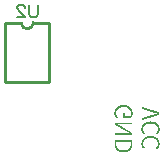
<source format=gbo>
G04 Layer: BottomSilkscreenLayer*
G04 EasyEDA v6.4.31, 2022-01-29 23:58:21*
G04 f8a1f9972e504da7969cdc8d593e69ee,00a5ad12733442db97615573759eb5db,10*
G04 Gerber Generator version 0.2*
G04 Scale: 100 percent, Rotated: No, Reflected: No *
G04 Dimensions in millimeters *
G04 leading zeros omitted , absolute positions ,4 integer and 5 decimal *
%FSLAX45Y45*%
%MOMM*%

%ADD10C,0.2540*%
%ADD23C,0.1524*%

%LPD*%
G36*
X2097278Y496062D02*
G01*
X2090267Y495858D01*
X2083511Y495249D01*
X2077059Y494233D01*
X2070912Y492810D01*
X2065121Y491032D01*
X2059584Y488899D01*
X2054402Y486409D01*
X2049576Y483616D01*
X2045055Y480466D01*
X2040889Y477062D01*
X2037080Y473303D01*
X2033676Y469290D01*
X2030577Y465023D01*
X2027936Y460451D01*
X2025650Y455676D01*
X2023719Y450646D01*
X2022246Y445414D01*
X2021179Y439978D01*
X2020519Y434340D01*
X2020316Y428498D01*
X2020722Y421132D01*
X2021941Y414426D01*
X2023770Y408330D01*
X2026107Y402793D01*
X2028850Y397865D01*
X2031898Y393446D01*
X2035098Y389534D01*
X2038350Y386080D01*
X2049272Y395478D01*
X2043734Y401523D01*
X2039213Y408838D01*
X2036165Y417626D01*
X2035048Y428243D01*
X2035302Y433882D01*
X2036114Y439216D01*
X2037486Y444296D01*
X2039315Y449122D01*
X2041702Y453593D01*
X2044547Y457758D01*
X2047849Y461568D01*
X2051659Y465023D01*
X2055875Y468172D01*
X2060549Y470916D01*
X2065629Y473252D01*
X2071166Y475234D01*
X2077059Y476758D01*
X2083358Y477875D01*
X2090013Y478535D01*
X2097024Y478790D01*
X2104034Y478586D01*
X2110740Y477926D01*
X2117039Y476910D01*
X2122982Y475437D01*
X2128520Y473557D01*
X2133650Y471322D01*
X2138375Y468630D01*
X2142642Y465632D01*
X2146503Y462178D01*
X2149856Y458419D01*
X2152751Y454253D01*
X2155139Y449732D01*
X2157018Y444906D01*
X2158390Y439674D01*
X2159203Y434136D01*
X2159508Y428243D01*
X2158847Y419963D01*
X2157018Y412140D01*
X2154021Y405231D01*
X2150110Y399796D01*
X2109470Y399796D01*
X2109470Y432308D01*
X2095500Y432308D01*
X2095500Y384302D01*
X2157222Y384302D01*
X2160778Y388162D01*
X2164080Y392582D01*
X2166975Y397611D01*
X2169464Y403148D01*
X2171446Y409143D01*
X2172970Y415645D01*
X2173935Y422503D01*
X2174240Y429768D01*
X2174036Y435508D01*
X2173376Y441045D01*
X2172309Y446430D01*
X2170887Y451561D01*
X2169007Y456539D01*
X2166721Y461213D01*
X2164080Y465683D01*
X2161032Y469900D01*
X2157628Y473811D01*
X2153869Y477469D01*
X2149703Y480872D01*
X2145233Y483920D01*
X2140356Y486664D01*
X2135174Y489102D01*
X2129637Y491185D01*
X2123795Y492912D01*
X2117648Y494284D01*
X2111146Y495249D01*
X2104390Y495858D01*
G37*
G36*
X2022856Y348234D02*
G01*
X2022856Y330962D01*
X2119376Y274828D01*
X2149856Y258571D01*
X2149856Y257556D01*
X2126691Y259079D01*
X2114956Y259638D01*
X2103374Y259842D01*
X2022856Y259842D01*
X2022856Y243840D01*
X2171700Y243840D01*
X2171700Y261366D01*
X2075434Y317246D01*
X2044954Y333502D01*
X2044954Y334518D01*
X2067255Y333197D01*
X2084374Y332536D01*
X2171700Y332486D01*
X2171700Y348234D01*
G37*
G36*
X2022856Y202438D02*
G01*
X2022856Y185420D01*
X2157984Y185420D01*
X2157984Y167132D01*
X2157730Y160578D01*
X2156917Y154482D01*
X2155596Y148793D01*
X2153716Y143560D01*
X2151430Y138734D01*
X2148586Y134315D01*
X2145334Y130352D01*
X2141575Y126796D01*
X2137410Y123698D01*
X2132787Y121005D01*
X2127758Y118719D01*
X2122322Y116839D01*
X2116480Y115417D01*
X2110282Y114350D01*
X2103678Y113741D01*
X2096770Y113537D01*
X2089810Y113741D01*
X2083257Y114350D01*
X2077110Y115417D01*
X2071319Y116839D01*
X2065985Y118719D01*
X2061057Y121005D01*
X2056587Y123698D01*
X2052523Y126796D01*
X2048916Y130352D01*
X2045766Y134315D01*
X2043074Y138734D01*
X2040839Y143560D01*
X2039112Y148793D01*
X2037842Y154482D01*
X2037080Y160578D01*
X2036825Y167132D01*
X2036825Y185420D01*
X2022856Y185420D01*
X2022856Y165862D01*
X2023059Y159156D01*
X2023668Y152806D01*
X2024684Y146761D01*
X2026056Y141071D01*
X2027834Y135686D01*
X2029968Y130657D01*
X2032507Y125983D01*
X2035403Y121615D01*
X2038654Y117602D01*
X2042312Y113893D01*
X2046274Y110591D01*
X2050542Y107594D01*
X2055215Y104952D01*
X2060193Y102666D01*
X2065528Y100736D01*
X2071116Y99110D01*
X2077059Y97891D01*
X2083358Y96977D01*
X2089912Y96469D01*
X2096770Y96266D01*
X2103628Y96469D01*
X2110232Y96977D01*
X2116531Y97891D01*
X2122525Y99110D01*
X2128215Y100685D01*
X2133549Y102616D01*
X2138629Y104902D01*
X2143353Y107543D01*
X2147722Y110540D01*
X2151786Y113842D01*
X2155444Y117449D01*
X2158796Y121462D01*
X2161743Y125780D01*
X2164334Y130403D01*
X2166569Y135382D01*
X2168398Y140665D01*
X2169820Y146304D01*
X2170887Y152247D01*
X2171496Y158496D01*
X2171700Y165100D01*
X2171700Y202438D01*
G37*
G36*
X2251456Y482092D02*
G01*
X2251456Y464566D01*
X2340152Y437591D01*
X2364181Y430631D01*
X2382774Y424942D01*
X2382774Y424180D01*
X2333752Y409194D01*
X2251456Y384556D01*
X2251456Y367538D01*
X2400300Y415035D01*
X2400300Y434340D01*
G37*
G36*
X2325878Y357632D02*
G01*
X2318867Y357428D01*
X2312111Y356819D01*
X2305659Y355803D01*
X2299512Y354431D01*
X2293721Y352704D01*
X2288184Y350621D01*
X2283002Y348234D01*
X2278176Y345490D01*
X2273655Y342442D01*
X2269490Y339090D01*
X2265680Y335483D01*
X2262276Y331571D01*
X2259177Y327406D01*
X2256536Y323037D01*
X2254250Y318414D01*
X2252319Y313588D01*
X2250846Y308559D01*
X2249779Y303326D01*
X2249119Y297891D01*
X2248916Y292354D01*
X2249322Y285800D01*
X2250389Y279654D01*
X2252167Y273913D01*
X2254402Y268630D01*
X2257094Y263804D01*
X2260142Y259384D01*
X2263495Y255422D01*
X2266950Y251967D01*
X2277872Y261366D01*
X2272131Y267563D01*
X2267610Y274726D01*
X2264714Y282905D01*
X2263648Y292100D01*
X2263902Y297434D01*
X2264714Y302564D01*
X2266086Y307390D01*
X2267915Y311962D01*
X2270302Y316230D01*
X2273147Y320192D01*
X2276449Y323850D01*
X2280259Y327202D01*
X2284476Y330149D01*
X2289149Y332790D01*
X2294229Y335026D01*
X2299766Y336905D01*
X2305659Y338429D01*
X2311958Y339496D01*
X2318613Y340156D01*
X2325624Y340360D01*
X2332634Y340156D01*
X2339340Y339496D01*
X2345639Y338480D01*
X2351582Y337058D01*
X2357120Y335229D01*
X2362250Y333044D01*
X2366975Y330454D01*
X2371242Y327558D01*
X2375103Y324307D01*
X2378456Y320751D01*
X2381351Y316839D01*
X2383739Y312623D01*
X2385618Y308102D01*
X2386990Y303276D01*
X2387803Y298196D01*
X2388108Y292862D01*
X2387803Y287578D01*
X2386990Y282651D01*
X2385618Y277926D01*
X2383688Y273507D01*
X2381250Y269240D01*
X2378354Y265226D01*
X2374950Y261315D01*
X2371090Y257556D01*
X2381504Y248412D01*
X2386380Y252831D01*
X2390648Y257606D01*
X2394305Y262636D01*
X2397302Y268071D01*
X2399690Y273862D01*
X2401417Y280009D01*
X2402484Y286613D01*
X2402840Y293624D01*
X2402636Y299059D01*
X2401976Y304342D01*
X2400909Y309473D01*
X2399487Y314401D01*
X2397607Y319176D01*
X2395321Y323697D01*
X2392680Y328015D01*
X2389632Y332079D01*
X2386228Y335889D01*
X2382469Y339445D01*
X2378303Y342696D01*
X2373833Y345694D01*
X2368956Y348386D01*
X2363774Y350774D01*
X2358237Y352806D01*
X2352395Y354533D01*
X2346248Y355854D01*
X2339746Y356819D01*
X2332990Y357428D01*
G37*
G36*
X2325878Y234950D02*
G01*
X2318867Y234746D01*
X2312111Y234137D01*
X2305659Y233121D01*
X2299512Y231749D01*
X2293721Y230022D01*
X2288184Y227939D01*
X2283002Y225552D01*
X2278176Y222808D01*
X2273655Y219760D01*
X2269490Y216408D01*
X2265680Y212801D01*
X2262276Y208889D01*
X2259177Y204724D01*
X2256536Y200355D01*
X2254250Y195732D01*
X2252319Y190906D01*
X2250846Y185877D01*
X2249779Y180644D01*
X2249119Y175209D01*
X2248916Y169672D01*
X2249322Y163118D01*
X2250389Y156921D01*
X2252167Y151180D01*
X2254402Y145846D01*
X2257094Y140970D01*
X2260142Y136601D01*
X2263495Y132689D01*
X2266950Y129285D01*
X2277872Y138684D01*
X2272131Y144881D01*
X2267610Y152044D01*
X2264714Y160223D01*
X2263648Y169418D01*
X2263902Y174752D01*
X2264714Y179882D01*
X2266086Y184708D01*
X2267915Y189280D01*
X2270302Y193548D01*
X2273147Y197510D01*
X2276449Y201168D01*
X2280259Y204520D01*
X2284476Y207467D01*
X2289149Y210108D01*
X2294229Y212344D01*
X2299766Y214223D01*
X2305659Y215747D01*
X2311958Y216814D01*
X2318613Y217474D01*
X2325624Y217678D01*
X2332634Y217474D01*
X2339340Y216814D01*
X2345639Y215798D01*
X2351582Y214375D01*
X2357120Y212547D01*
X2362250Y210362D01*
X2366975Y207771D01*
X2371242Y204876D01*
X2375103Y201625D01*
X2378456Y198069D01*
X2381351Y194157D01*
X2383739Y189941D01*
X2385618Y185420D01*
X2386990Y180594D01*
X2387803Y175514D01*
X2388108Y170180D01*
X2387803Y164896D01*
X2386990Y159969D01*
X2385618Y155244D01*
X2383688Y150825D01*
X2381250Y146558D01*
X2378354Y142544D01*
X2374950Y138633D01*
X2371090Y134874D01*
X2381504Y125476D01*
X2386380Y129997D01*
X2390648Y134772D01*
X2394305Y139903D01*
X2397302Y145338D01*
X2399690Y151130D01*
X2401417Y157327D01*
X2402484Y163931D01*
X2402840Y170942D01*
X2402636Y176377D01*
X2401976Y181660D01*
X2400909Y186791D01*
X2399487Y191719D01*
X2397607Y196494D01*
X2395321Y201015D01*
X2392680Y205333D01*
X2389632Y209397D01*
X2386228Y213207D01*
X2382469Y216763D01*
X2378303Y220014D01*
X2373833Y223012D01*
X2368956Y225704D01*
X2363774Y228092D01*
X2358237Y230124D01*
X2352395Y231851D01*
X2346248Y233171D01*
X2339746Y234137D01*
X2332990Y234746D01*
G37*
D23*
X1371600Y1347215D02*
G01*
X1371600Y1269237D01*
X1366520Y1253744D01*
X1356105Y1243329D01*
X1340357Y1238250D01*
X1329944Y1238250D01*
X1314450Y1243329D01*
X1304036Y1253744D01*
X1298955Y1269237D01*
X1298955Y1347215D01*
X1259331Y1321307D02*
G01*
X1259331Y1326387D01*
X1254252Y1336802D01*
X1248918Y1342136D01*
X1238504Y1347215D01*
X1217929Y1347215D01*
X1207515Y1342136D01*
X1202181Y1336802D01*
X1197102Y1326387D01*
X1197102Y1315973D01*
X1202181Y1305560D01*
X1212595Y1290065D01*
X1264665Y1238250D01*
X1191768Y1238250D01*
D10*
X1097279Y1189799D02*
G01*
X1097279Y689800D01*
X1465579Y1189799D02*
G01*
X1465579Y689800D01*
X1097279Y689800D02*
G01*
X1465579Y689800D01*
X1097279Y1189799D02*
G01*
X1231900Y1189799D01*
X1333500Y1193800D02*
G01*
X1465579Y1193800D01*
G75*
G01*
X1333500Y1193800D02*
G02*
X1231900Y1189800I-50786J-2360D01*
M02*

</source>
